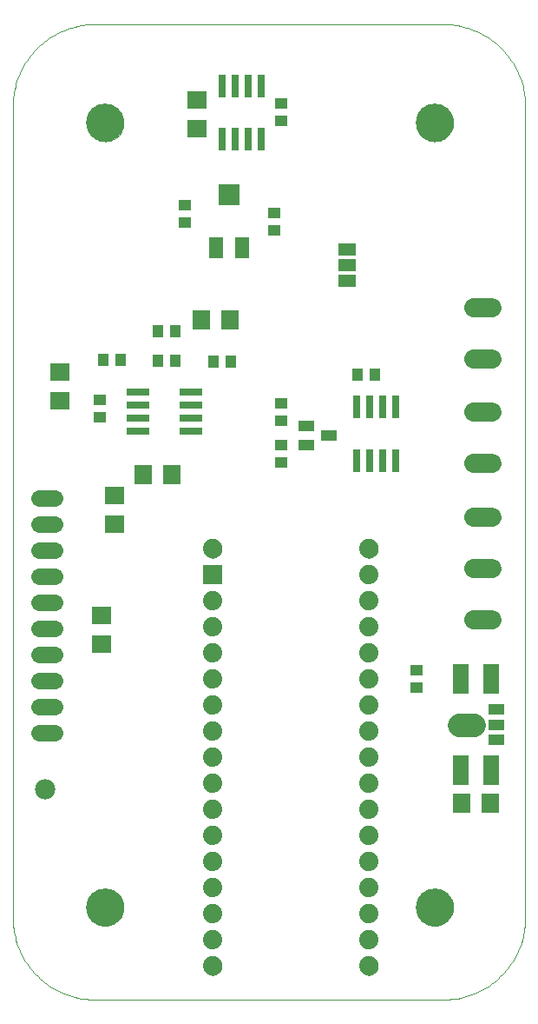
<source format=gts>
G75*
%MOIN*%
%OFA0B0*%
%FSLAX24Y24*%
%IPPOS*%
%LPD*%
%AMOC8*
5,1,8,0,0,1.08239X$1,22.5*
%
%ADD10C,0.0000*%
%ADD11R,0.0910X0.0280*%
%ADD12R,0.0434X0.0473*%
%ADD13R,0.0473X0.0434*%
%ADD14R,0.0591X0.0434*%
%ADD15R,0.0280X0.0910*%
%ADD16C,0.0906*%
%ADD17R,0.0620X0.0413*%
%ADD18R,0.0670X0.0749*%
%ADD19R,0.0631X0.1182*%
%ADD20R,0.0749X0.0670*%
%ADD21C,0.0780*%
%ADD22C,0.0640*%
%ADD23C,0.0745*%
%ADD24R,0.0276X0.0906*%
%ADD25R,0.0552X0.0788*%
%ADD26R,0.0827X0.0788*%
%ADD27R,0.0670X0.0500*%
%ADD28C,0.1457*%
%ADD29R,0.0740X0.0740*%
%ADD30C,0.0740*%
D10*
X001927Y006076D02*
X001927Y037179D01*
X001926Y037179D02*
X001928Y037289D01*
X001934Y037399D01*
X001943Y037508D01*
X001957Y037617D01*
X001974Y037726D01*
X001995Y037834D01*
X002020Y037941D01*
X002048Y038047D01*
X002080Y038152D01*
X002116Y038256D01*
X002155Y038359D01*
X002198Y038460D01*
X002245Y038560D01*
X002295Y038658D01*
X002348Y038754D01*
X002405Y038848D01*
X002465Y038940D01*
X002528Y039031D01*
X002594Y039118D01*
X002663Y039204D01*
X002735Y039287D01*
X002810Y039367D01*
X002888Y039445D01*
X002968Y039520D01*
X003051Y039592D01*
X003137Y039661D01*
X003224Y039727D01*
X003315Y039790D01*
X003407Y039850D01*
X003501Y039907D01*
X003597Y039960D01*
X003695Y040010D01*
X003795Y040057D01*
X003896Y040100D01*
X003999Y040139D01*
X004103Y040175D01*
X004208Y040207D01*
X004314Y040235D01*
X004421Y040260D01*
X004529Y040281D01*
X004638Y040298D01*
X004747Y040312D01*
X004856Y040321D01*
X004966Y040327D01*
X005076Y040329D01*
X005076Y040328D02*
X018462Y040328D01*
X018462Y040329D02*
X018572Y040327D01*
X018682Y040321D01*
X018791Y040312D01*
X018900Y040298D01*
X019009Y040281D01*
X019117Y040260D01*
X019224Y040235D01*
X019330Y040207D01*
X019435Y040175D01*
X019539Y040139D01*
X019642Y040100D01*
X019743Y040057D01*
X019843Y040010D01*
X019941Y039960D01*
X020037Y039907D01*
X020131Y039850D01*
X020223Y039790D01*
X020314Y039727D01*
X020401Y039661D01*
X020487Y039592D01*
X020570Y039520D01*
X020650Y039445D01*
X020728Y039367D01*
X020803Y039287D01*
X020875Y039204D01*
X020944Y039118D01*
X021010Y039031D01*
X021073Y038940D01*
X021133Y038848D01*
X021190Y038754D01*
X021243Y038658D01*
X021293Y038560D01*
X021340Y038460D01*
X021383Y038359D01*
X021422Y038256D01*
X021458Y038152D01*
X021490Y038047D01*
X021518Y037941D01*
X021543Y037834D01*
X021564Y037726D01*
X021581Y037617D01*
X021595Y037508D01*
X021604Y037399D01*
X021610Y037289D01*
X021612Y037179D01*
X021612Y006076D01*
X021610Y005966D01*
X021604Y005856D01*
X021595Y005747D01*
X021581Y005638D01*
X021564Y005529D01*
X021543Y005421D01*
X021518Y005314D01*
X021490Y005208D01*
X021458Y005103D01*
X021422Y004999D01*
X021383Y004896D01*
X021340Y004795D01*
X021293Y004695D01*
X021243Y004597D01*
X021190Y004501D01*
X021133Y004407D01*
X021073Y004315D01*
X021010Y004224D01*
X020944Y004137D01*
X020875Y004051D01*
X020803Y003968D01*
X020728Y003888D01*
X020650Y003810D01*
X020570Y003735D01*
X020487Y003663D01*
X020401Y003594D01*
X020314Y003528D01*
X020223Y003465D01*
X020131Y003405D01*
X020037Y003348D01*
X019941Y003295D01*
X019843Y003245D01*
X019743Y003198D01*
X019642Y003155D01*
X019539Y003116D01*
X019435Y003080D01*
X019330Y003048D01*
X019224Y003020D01*
X019117Y002995D01*
X019009Y002974D01*
X018900Y002957D01*
X018791Y002943D01*
X018682Y002934D01*
X018572Y002928D01*
X018462Y002926D01*
X018462Y002927D02*
X005076Y002927D01*
X005076Y002926D02*
X004966Y002928D01*
X004856Y002934D01*
X004747Y002943D01*
X004638Y002957D01*
X004529Y002974D01*
X004421Y002995D01*
X004314Y003020D01*
X004208Y003048D01*
X004103Y003080D01*
X003999Y003116D01*
X003896Y003155D01*
X003795Y003198D01*
X003695Y003245D01*
X003597Y003295D01*
X003501Y003348D01*
X003407Y003405D01*
X003315Y003465D01*
X003224Y003528D01*
X003137Y003594D01*
X003051Y003663D01*
X002968Y003735D01*
X002888Y003810D01*
X002810Y003888D01*
X002735Y003968D01*
X002663Y004051D01*
X002594Y004137D01*
X002528Y004224D01*
X002465Y004315D01*
X002405Y004407D01*
X002348Y004501D01*
X002295Y004597D01*
X002245Y004695D01*
X002198Y004795D01*
X002155Y004896D01*
X002116Y004999D01*
X002080Y005103D01*
X002048Y005208D01*
X002020Y005314D01*
X001995Y005421D01*
X001974Y005529D01*
X001957Y005638D01*
X001943Y005747D01*
X001934Y005856D01*
X001928Y005966D01*
X001926Y006076D01*
X004761Y006470D02*
X004763Y006523D01*
X004769Y006576D01*
X004779Y006628D01*
X004792Y006679D01*
X004810Y006729D01*
X004831Y006778D01*
X004856Y006825D01*
X004884Y006869D01*
X004916Y006912D01*
X004950Y006952D01*
X004988Y006990D01*
X005028Y007024D01*
X005071Y007056D01*
X005116Y007084D01*
X005162Y007109D01*
X005211Y007130D01*
X005261Y007148D01*
X005312Y007161D01*
X005364Y007171D01*
X005417Y007177D01*
X005470Y007179D01*
X005523Y007177D01*
X005576Y007171D01*
X005628Y007161D01*
X005679Y007148D01*
X005729Y007130D01*
X005778Y007109D01*
X005825Y007084D01*
X005869Y007056D01*
X005912Y007024D01*
X005952Y006990D01*
X005990Y006952D01*
X006024Y006912D01*
X006056Y006869D01*
X006084Y006824D01*
X006109Y006778D01*
X006130Y006729D01*
X006148Y006679D01*
X006161Y006628D01*
X006171Y006576D01*
X006177Y006523D01*
X006179Y006470D01*
X006177Y006417D01*
X006171Y006364D01*
X006161Y006312D01*
X006148Y006261D01*
X006130Y006211D01*
X006109Y006162D01*
X006084Y006115D01*
X006056Y006071D01*
X006024Y006028D01*
X005990Y005988D01*
X005952Y005950D01*
X005912Y005916D01*
X005869Y005884D01*
X005824Y005856D01*
X005778Y005831D01*
X005729Y005810D01*
X005679Y005792D01*
X005628Y005779D01*
X005576Y005769D01*
X005523Y005763D01*
X005470Y005761D01*
X005417Y005763D01*
X005364Y005769D01*
X005312Y005779D01*
X005261Y005792D01*
X005211Y005810D01*
X005162Y005831D01*
X005115Y005856D01*
X005071Y005884D01*
X005028Y005916D01*
X004988Y005950D01*
X004950Y005988D01*
X004916Y006028D01*
X004884Y006071D01*
X004856Y006116D01*
X004831Y006162D01*
X004810Y006211D01*
X004792Y006261D01*
X004779Y006312D01*
X004769Y006364D01*
X004763Y006417D01*
X004761Y006470D01*
X009245Y004220D02*
X009247Y004257D01*
X009253Y004294D01*
X009263Y004330D01*
X009276Y004365D01*
X009293Y004398D01*
X009314Y004429D01*
X009338Y004457D01*
X009365Y004483D01*
X009394Y004506D01*
X009425Y004526D01*
X009459Y004542D01*
X009494Y004555D01*
X009530Y004564D01*
X009567Y004569D01*
X009604Y004570D01*
X009641Y004567D01*
X009678Y004560D01*
X009714Y004549D01*
X009748Y004535D01*
X009781Y004517D01*
X009811Y004495D01*
X009839Y004471D01*
X009864Y004443D01*
X009887Y004413D01*
X009906Y004381D01*
X009921Y004347D01*
X009933Y004312D01*
X009941Y004276D01*
X009945Y004239D01*
X009945Y004201D01*
X009941Y004164D01*
X009933Y004128D01*
X009921Y004093D01*
X009906Y004059D01*
X009887Y004027D01*
X009864Y003997D01*
X009839Y003969D01*
X009811Y003945D01*
X009781Y003923D01*
X009748Y003905D01*
X009714Y003891D01*
X009678Y003880D01*
X009641Y003873D01*
X009604Y003870D01*
X009567Y003871D01*
X009530Y003876D01*
X009494Y003885D01*
X009459Y003898D01*
X009425Y003914D01*
X009394Y003934D01*
X009365Y003957D01*
X009338Y003983D01*
X009314Y004011D01*
X009293Y004042D01*
X009276Y004075D01*
X009263Y004110D01*
X009253Y004146D01*
X009247Y004183D01*
X009245Y004220D01*
X015245Y004220D02*
X015247Y004257D01*
X015253Y004294D01*
X015263Y004330D01*
X015276Y004365D01*
X015293Y004398D01*
X015314Y004429D01*
X015338Y004457D01*
X015365Y004483D01*
X015394Y004506D01*
X015425Y004526D01*
X015459Y004542D01*
X015494Y004555D01*
X015530Y004564D01*
X015567Y004569D01*
X015604Y004570D01*
X015641Y004567D01*
X015678Y004560D01*
X015714Y004549D01*
X015748Y004535D01*
X015781Y004517D01*
X015811Y004495D01*
X015839Y004471D01*
X015864Y004443D01*
X015887Y004413D01*
X015906Y004381D01*
X015921Y004347D01*
X015933Y004312D01*
X015941Y004276D01*
X015945Y004239D01*
X015945Y004201D01*
X015941Y004164D01*
X015933Y004128D01*
X015921Y004093D01*
X015906Y004059D01*
X015887Y004027D01*
X015864Y003997D01*
X015839Y003969D01*
X015811Y003945D01*
X015781Y003923D01*
X015748Y003905D01*
X015714Y003891D01*
X015678Y003880D01*
X015641Y003873D01*
X015604Y003870D01*
X015567Y003871D01*
X015530Y003876D01*
X015494Y003885D01*
X015459Y003898D01*
X015425Y003914D01*
X015394Y003934D01*
X015365Y003957D01*
X015338Y003983D01*
X015314Y004011D01*
X015293Y004042D01*
X015276Y004075D01*
X015263Y004110D01*
X015253Y004146D01*
X015247Y004183D01*
X015245Y004220D01*
X017418Y006470D02*
X017420Y006523D01*
X017426Y006576D01*
X017436Y006628D01*
X017449Y006679D01*
X017467Y006729D01*
X017488Y006778D01*
X017513Y006825D01*
X017541Y006869D01*
X017573Y006912D01*
X017607Y006952D01*
X017645Y006990D01*
X017685Y007024D01*
X017728Y007056D01*
X017773Y007084D01*
X017819Y007109D01*
X017868Y007130D01*
X017918Y007148D01*
X017969Y007161D01*
X018021Y007171D01*
X018074Y007177D01*
X018127Y007179D01*
X018180Y007177D01*
X018233Y007171D01*
X018285Y007161D01*
X018336Y007148D01*
X018386Y007130D01*
X018435Y007109D01*
X018482Y007084D01*
X018526Y007056D01*
X018569Y007024D01*
X018609Y006990D01*
X018647Y006952D01*
X018681Y006912D01*
X018713Y006869D01*
X018741Y006824D01*
X018766Y006778D01*
X018787Y006729D01*
X018805Y006679D01*
X018818Y006628D01*
X018828Y006576D01*
X018834Y006523D01*
X018836Y006470D01*
X018834Y006417D01*
X018828Y006364D01*
X018818Y006312D01*
X018805Y006261D01*
X018787Y006211D01*
X018766Y006162D01*
X018741Y006115D01*
X018713Y006071D01*
X018681Y006028D01*
X018647Y005988D01*
X018609Y005950D01*
X018569Y005916D01*
X018526Y005884D01*
X018481Y005856D01*
X018435Y005831D01*
X018386Y005810D01*
X018336Y005792D01*
X018285Y005779D01*
X018233Y005769D01*
X018180Y005763D01*
X018127Y005761D01*
X018074Y005763D01*
X018021Y005769D01*
X017969Y005779D01*
X017918Y005792D01*
X017868Y005810D01*
X017819Y005831D01*
X017772Y005856D01*
X017728Y005884D01*
X017685Y005916D01*
X017645Y005950D01*
X017607Y005988D01*
X017573Y006028D01*
X017541Y006071D01*
X017513Y006116D01*
X017488Y006162D01*
X017467Y006211D01*
X017449Y006261D01*
X017436Y006312D01*
X017426Y006364D01*
X017420Y006417D01*
X017418Y006470D01*
X015245Y020220D02*
X015247Y020257D01*
X015253Y020294D01*
X015263Y020330D01*
X015276Y020365D01*
X015293Y020398D01*
X015314Y020429D01*
X015338Y020457D01*
X015365Y020483D01*
X015394Y020506D01*
X015425Y020526D01*
X015459Y020542D01*
X015494Y020555D01*
X015530Y020564D01*
X015567Y020569D01*
X015604Y020570D01*
X015641Y020567D01*
X015678Y020560D01*
X015714Y020549D01*
X015748Y020535D01*
X015781Y020517D01*
X015811Y020495D01*
X015839Y020471D01*
X015864Y020443D01*
X015887Y020413D01*
X015906Y020381D01*
X015921Y020347D01*
X015933Y020312D01*
X015941Y020276D01*
X015945Y020239D01*
X015945Y020201D01*
X015941Y020164D01*
X015933Y020128D01*
X015921Y020093D01*
X015906Y020059D01*
X015887Y020027D01*
X015864Y019997D01*
X015839Y019969D01*
X015811Y019945D01*
X015781Y019923D01*
X015748Y019905D01*
X015714Y019891D01*
X015678Y019880D01*
X015641Y019873D01*
X015604Y019870D01*
X015567Y019871D01*
X015530Y019876D01*
X015494Y019885D01*
X015459Y019898D01*
X015425Y019914D01*
X015394Y019934D01*
X015365Y019957D01*
X015338Y019983D01*
X015314Y020011D01*
X015293Y020042D01*
X015276Y020075D01*
X015263Y020110D01*
X015253Y020146D01*
X015247Y020183D01*
X015245Y020220D01*
X009245Y020220D02*
X009247Y020257D01*
X009253Y020294D01*
X009263Y020330D01*
X009276Y020365D01*
X009293Y020398D01*
X009314Y020429D01*
X009338Y020457D01*
X009365Y020483D01*
X009394Y020506D01*
X009425Y020526D01*
X009459Y020542D01*
X009494Y020555D01*
X009530Y020564D01*
X009567Y020569D01*
X009604Y020570D01*
X009641Y020567D01*
X009678Y020560D01*
X009714Y020549D01*
X009748Y020535D01*
X009781Y020517D01*
X009811Y020495D01*
X009839Y020471D01*
X009864Y020443D01*
X009887Y020413D01*
X009906Y020381D01*
X009921Y020347D01*
X009933Y020312D01*
X009941Y020276D01*
X009945Y020239D01*
X009945Y020201D01*
X009941Y020164D01*
X009933Y020128D01*
X009921Y020093D01*
X009906Y020059D01*
X009887Y020027D01*
X009864Y019997D01*
X009839Y019969D01*
X009811Y019945D01*
X009781Y019923D01*
X009748Y019905D01*
X009714Y019891D01*
X009678Y019880D01*
X009641Y019873D01*
X009604Y019870D01*
X009567Y019871D01*
X009530Y019876D01*
X009494Y019885D01*
X009459Y019898D01*
X009425Y019914D01*
X009394Y019934D01*
X009365Y019957D01*
X009338Y019983D01*
X009314Y020011D01*
X009293Y020042D01*
X009276Y020075D01*
X009263Y020110D01*
X009253Y020146D01*
X009247Y020183D01*
X009245Y020220D01*
X004761Y036549D02*
X004763Y036602D01*
X004769Y036655D01*
X004779Y036707D01*
X004792Y036758D01*
X004810Y036808D01*
X004831Y036857D01*
X004856Y036904D01*
X004884Y036948D01*
X004916Y036991D01*
X004950Y037031D01*
X004988Y037069D01*
X005028Y037103D01*
X005071Y037135D01*
X005116Y037163D01*
X005162Y037188D01*
X005211Y037209D01*
X005261Y037227D01*
X005312Y037240D01*
X005364Y037250D01*
X005417Y037256D01*
X005470Y037258D01*
X005523Y037256D01*
X005576Y037250D01*
X005628Y037240D01*
X005679Y037227D01*
X005729Y037209D01*
X005778Y037188D01*
X005825Y037163D01*
X005869Y037135D01*
X005912Y037103D01*
X005952Y037069D01*
X005990Y037031D01*
X006024Y036991D01*
X006056Y036948D01*
X006084Y036903D01*
X006109Y036857D01*
X006130Y036808D01*
X006148Y036758D01*
X006161Y036707D01*
X006171Y036655D01*
X006177Y036602D01*
X006179Y036549D01*
X006177Y036496D01*
X006171Y036443D01*
X006161Y036391D01*
X006148Y036340D01*
X006130Y036290D01*
X006109Y036241D01*
X006084Y036194D01*
X006056Y036150D01*
X006024Y036107D01*
X005990Y036067D01*
X005952Y036029D01*
X005912Y035995D01*
X005869Y035963D01*
X005824Y035935D01*
X005778Y035910D01*
X005729Y035889D01*
X005679Y035871D01*
X005628Y035858D01*
X005576Y035848D01*
X005523Y035842D01*
X005470Y035840D01*
X005417Y035842D01*
X005364Y035848D01*
X005312Y035858D01*
X005261Y035871D01*
X005211Y035889D01*
X005162Y035910D01*
X005115Y035935D01*
X005071Y035963D01*
X005028Y035995D01*
X004988Y036029D01*
X004950Y036067D01*
X004916Y036107D01*
X004884Y036150D01*
X004856Y036195D01*
X004831Y036241D01*
X004810Y036290D01*
X004792Y036340D01*
X004779Y036391D01*
X004769Y036443D01*
X004763Y036496D01*
X004761Y036549D01*
X017418Y036549D02*
X017420Y036602D01*
X017426Y036655D01*
X017436Y036707D01*
X017449Y036758D01*
X017467Y036808D01*
X017488Y036857D01*
X017513Y036904D01*
X017541Y036948D01*
X017573Y036991D01*
X017607Y037031D01*
X017645Y037069D01*
X017685Y037103D01*
X017728Y037135D01*
X017773Y037163D01*
X017819Y037188D01*
X017868Y037209D01*
X017918Y037227D01*
X017969Y037240D01*
X018021Y037250D01*
X018074Y037256D01*
X018127Y037258D01*
X018180Y037256D01*
X018233Y037250D01*
X018285Y037240D01*
X018336Y037227D01*
X018386Y037209D01*
X018435Y037188D01*
X018482Y037163D01*
X018526Y037135D01*
X018569Y037103D01*
X018609Y037069D01*
X018647Y037031D01*
X018681Y036991D01*
X018713Y036948D01*
X018741Y036903D01*
X018766Y036857D01*
X018787Y036808D01*
X018805Y036758D01*
X018818Y036707D01*
X018828Y036655D01*
X018834Y036602D01*
X018836Y036549D01*
X018834Y036496D01*
X018828Y036443D01*
X018818Y036391D01*
X018805Y036340D01*
X018787Y036290D01*
X018766Y036241D01*
X018741Y036194D01*
X018713Y036150D01*
X018681Y036107D01*
X018647Y036067D01*
X018609Y036029D01*
X018569Y035995D01*
X018526Y035963D01*
X018481Y035935D01*
X018435Y035910D01*
X018386Y035889D01*
X018336Y035871D01*
X018285Y035858D01*
X018233Y035848D01*
X018180Y035842D01*
X018127Y035840D01*
X018074Y035842D01*
X018021Y035848D01*
X017969Y035858D01*
X017918Y035871D01*
X017868Y035889D01*
X017819Y035910D01*
X017772Y035935D01*
X017728Y035963D01*
X017685Y035995D01*
X017645Y036029D01*
X017607Y036067D01*
X017573Y036107D01*
X017541Y036150D01*
X017513Y036195D01*
X017488Y036241D01*
X017467Y036290D01*
X017449Y036340D01*
X017436Y036391D01*
X017426Y036443D01*
X017420Y036496D01*
X017418Y036549D01*
D11*
X008781Y026222D03*
X008781Y025722D03*
X008781Y025222D03*
X008781Y024722D03*
X006721Y024722D03*
X006721Y025222D03*
X006721Y025722D03*
X006721Y026222D03*
D12*
X006055Y027470D03*
X005385Y027470D03*
X007512Y027439D03*
X007512Y028564D03*
X008182Y028564D03*
X008182Y027439D03*
X009633Y027376D03*
X010303Y027376D03*
X015168Y026885D03*
X015837Y026885D03*
D13*
X012220Y025805D03*
X012220Y025135D03*
X012220Y024180D03*
X012220Y023510D03*
X011968Y032417D03*
X011968Y033086D03*
X012220Y036635D03*
X012220Y037305D03*
X008531Y033398D03*
X008531Y032729D03*
X005251Y025932D03*
X005251Y025262D03*
X017436Y015555D03*
X017436Y014885D03*
D14*
X013202Y024189D03*
X013202Y024937D03*
X014068Y024563D03*
D15*
X015127Y023605D03*
X015627Y023605D03*
X016127Y023605D03*
X016627Y023605D03*
X016627Y025665D03*
X016127Y025665D03*
X015627Y025665D03*
X015127Y025665D03*
D16*
X019055Y013470D02*
X019645Y013470D01*
D17*
X020502Y013470D03*
X020502Y012879D03*
X020502Y014061D03*
D18*
X020271Y010470D03*
X019169Y010470D03*
X010269Y029001D03*
X009167Y029001D03*
X008023Y023064D03*
X006921Y023064D03*
D19*
X019129Y015220D03*
X020311Y015220D03*
X020311Y011720D03*
X019129Y011720D03*
D20*
X005845Y021169D03*
X005845Y022271D03*
X003722Y025887D03*
X003722Y026990D03*
X008988Y036309D03*
X008988Y037411D03*
X005345Y017646D03*
X005345Y016544D03*
D21*
X003165Y010992D03*
D22*
X002946Y013141D02*
X003546Y013141D01*
X003546Y014141D02*
X002946Y014141D01*
X002946Y015141D02*
X003546Y015141D01*
X003546Y016141D02*
X002946Y016141D01*
X002946Y017141D02*
X003546Y017141D01*
X003546Y018141D02*
X002946Y018141D01*
X002946Y019141D02*
X003546Y019141D01*
X003546Y020141D02*
X002946Y020141D01*
X002946Y021141D02*
X003546Y021141D01*
X003546Y022141D02*
X002946Y022141D01*
D23*
X019625Y021439D02*
X020330Y021439D01*
X020330Y019470D02*
X019625Y019470D01*
X019625Y017501D02*
X020330Y017501D01*
X020323Y023486D02*
X019618Y023486D01*
X019618Y025454D02*
X020323Y025454D01*
X020323Y027486D02*
X019618Y027486D01*
X019618Y029454D02*
X020323Y029454D01*
D24*
X011472Y035915D03*
X010972Y035915D03*
X010472Y035915D03*
X009972Y035915D03*
X009972Y037962D03*
X010472Y037962D03*
X010972Y037962D03*
X011472Y037962D03*
D25*
X010736Y031770D03*
X009736Y031770D03*
D26*
X010236Y033778D03*
D27*
X014780Y031698D03*
X014780Y031098D03*
X014780Y030498D03*
D28*
X018127Y036549D03*
X005470Y036549D03*
X005470Y006470D03*
X018127Y006470D03*
D29*
X009595Y019220D03*
D30*
X009595Y020220D03*
X009595Y018220D03*
X009595Y017220D03*
X009595Y016220D03*
X009595Y015220D03*
X009595Y014220D03*
X009595Y013220D03*
X009595Y012220D03*
X009595Y011220D03*
X009595Y010220D03*
X009595Y009220D03*
X009595Y008220D03*
X009595Y007220D03*
X009595Y006220D03*
X009595Y005220D03*
X009595Y004220D03*
X015595Y004220D03*
X015595Y005220D03*
X015595Y006220D03*
X015595Y007220D03*
X015595Y008220D03*
X015595Y009220D03*
X015595Y010220D03*
X015595Y011220D03*
X015595Y012220D03*
X015595Y013220D03*
X015595Y014220D03*
X015595Y015220D03*
X015595Y016220D03*
X015595Y017220D03*
X015595Y018220D03*
X015595Y019220D03*
X015595Y020220D03*
M02*

</source>
